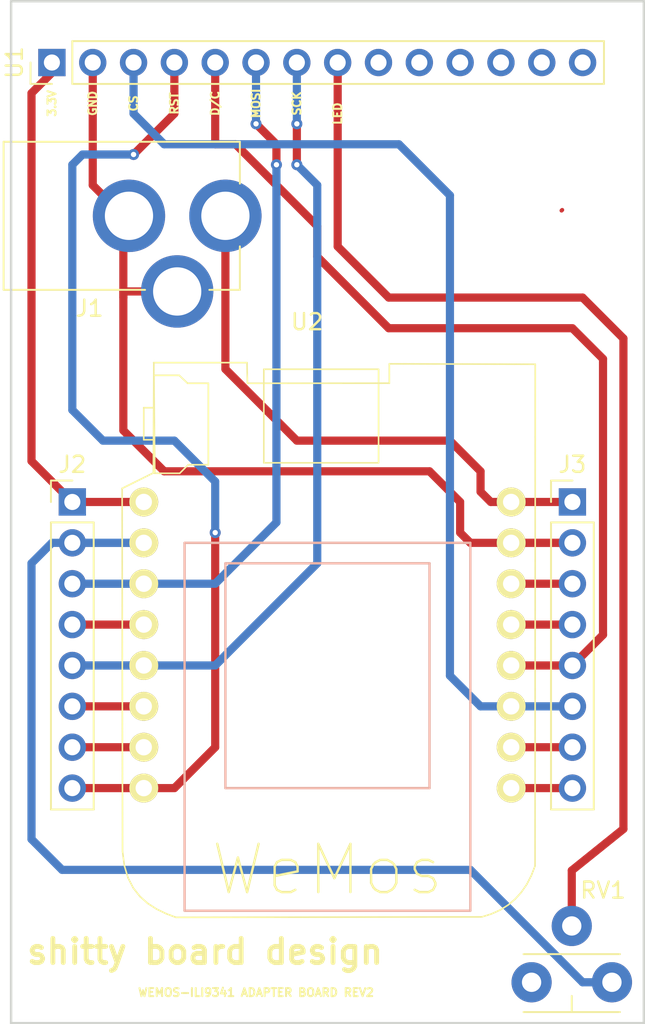
<source format=kicad_pcb>
(kicad_pcb (version 4) (host pcbnew 4.0.6)

  (general
    (links 28)
    (no_connects 0)
    (area 144.704999 72.314999 184.225001 135.965001)
    (thickness 1.6)
    (drawings 14)
    (tracks 102)
    (zones 0)
    (modules 6)
    (nets 24)
  )

  (page A4)
  (layers
    (0 F.Cu signal)
    (31 B.Cu signal)
    (32 B.Adhes user)
    (33 F.Adhes user)
    (34 B.Paste user)
    (35 F.Paste user)
    (36 B.SilkS user)
    (37 F.SilkS user)
    (38 B.Mask user)
    (39 F.Mask user)
    (40 Dwgs.User user)
    (41 Cmts.User user)
    (42 Eco1.User user)
    (43 Eco2.User user)
    (44 Edge.Cuts user)
    (45 Margin user)
    (46 B.CrtYd user)
    (47 F.CrtYd user)
    (48 B.Fab user)
    (49 F.Fab user)
  )

  (setup
    (last_trace_width 0.508)
    (user_trace_width 0.254)
    (user_trace_width 0.508)
    (user_trace_width 1.27)
    (user_trace_width 2.032)
    (user_trace_width 2.54)
    (user_trace_width 3.81)
    (user_trace_width 5.08)
    (trace_clearance 0.2)
    (zone_clearance 0.508)
    (zone_45_only no)
    (trace_min 0.1524)
    (segment_width 0.2)
    (edge_width 0.15)
    (via_size 0.6858)
    (via_drill 0.3302)
    (via_min_size 0.6858)
    (via_min_drill 0.3302)
    (uvia_size 0.3)
    (uvia_drill 0.1)
    (uvias_allowed no)
    (uvia_min_size 0)
    (uvia_min_drill 0)
    (pcb_text_width 0.3)
    (pcb_text_size 1.5 1.5)
    (mod_edge_width 0.15)
    (mod_text_size 1 1)
    (mod_text_width 0.15)
    (pad_size 1.524 1.524)
    (pad_drill 0.762)
    (pad_to_mask_clearance 0.2)
    (aux_axis_origin 0 0)
    (visible_elements 7FFFFFFF)
    (pcbplotparams
      (layerselection 0x00030_80000001)
      (usegerberextensions false)
      (excludeedgelayer true)
      (linewidth 0.100000)
      (plotframeref false)
      (viasonmask false)
      (mode 1)
      (useauxorigin false)
      (hpglpennumber 1)
      (hpglpenspeed 20)
      (hpglpendiameter 15)
      (hpglpenoverlay 2)
      (psnegative false)
      (psa4output false)
      (plotreference true)
      (plotvalue true)
      (plotinvisibletext false)
      (padsonsilk false)
      (subtractmaskfromsilk false)
      (outputformat 1)
      (mirror false)
      (drillshape 1)
      (scaleselection 1)
      (outputdirectory ""))
  )

  (net 0 "")
  (net 1 "Net-(J1-Pad1)")
  (net 2 GND)
  (net 3 "Net-(RV1-Pad2)")
  (net 4 "Net-(RV1-Pad1)")
  (net 5 "Net-(U1-Pad9)")
  (net 6 "Net-(U1-Pad10)")
  (net 7 "Net-(U1-Pad11)")
  (net 8 "Net-(U1-Pad12)")
  (net 9 "Net-(U1-Pad13)")
  (net 10 "Net-(J2-Pad2)")
  (net 11 "Net-(J2-Pad1)")
  (net 12 "Net-(J3-Pad6)")
  (net 13 "Net-(J2-Pad8)")
  (net 14 "Net-(J3-Pad5)")
  (net 15 "Net-(J2-Pad3)")
  (net 16 "Net-(J2-Pad5)")
  (net 17 "Net-(J3-Pad8)")
  (net 18 "Net-(J3-Pad7)")
  (net 19 "Net-(J3-Pad4)")
  (net 20 "Net-(J3-Pad3)")
  (net 21 "Net-(J2-Pad4)")
  (net 22 "Net-(J2-Pad6)")
  (net 23 "Net-(J2-Pad7)")

  (net_class Default "This is the default net class."
    (clearance 0.2)
    (trace_width 0.25)
    (via_dia 0.6858)
    (via_drill 0.3302)
    (uvia_dia 0.3)
    (uvia_drill 0.1)
    (add_net GND)
    (add_net "Net-(J1-Pad1)")
    (add_net "Net-(J2-Pad1)")
    (add_net "Net-(J2-Pad2)")
    (add_net "Net-(J2-Pad3)")
    (add_net "Net-(J2-Pad4)")
    (add_net "Net-(J2-Pad5)")
    (add_net "Net-(J2-Pad6)")
    (add_net "Net-(J2-Pad7)")
    (add_net "Net-(J2-Pad8)")
    (add_net "Net-(J3-Pad3)")
    (add_net "Net-(J3-Pad4)")
    (add_net "Net-(J3-Pad5)")
    (add_net "Net-(J3-Pad6)")
    (add_net "Net-(J3-Pad7)")
    (add_net "Net-(J3-Pad8)")
    (add_net "Net-(RV1-Pad1)")
    (add_net "Net-(RV1-Pad2)")
    (add_net "Net-(U1-Pad10)")
    (add_net "Net-(U1-Pad11)")
    (add_net "Net-(U1-Pad12)")
    (add_net "Net-(U1-Pad13)")
    (add_net "Net-(U1-Pad9)")
  )

  (net_class signal ""
    (clearance 0.2)
    (trace_width 0.5)
    (via_dia 0.6858)
    (via_drill 0.3302)
    (uvia_dia 0.3)
    (uvia_drill 0.1)
  )

  (module Connectors:BARREL_JACK (layer F.Cu) (tedit 5934AE29) (tstamp 5931AF5A)
    (at 158.115 85.725)
    (descr "DC Barrel Jack")
    (tags "Power Jack")
    (path /592F89EB)
    (fp_text reference J1 (at -8.45 5.75 180) (layer F.SilkS)
      (effects (font (size 1 1) (thickness 0.15)))
    )
    (fp_text value BARREL_JACK (at -6.2 -5.5) (layer F.Fab)
      (effects (font (size 1 1) (thickness 0.15)))
    )
    (fp_line (start 1 -4.5) (end 1 -4.75) (layer F.CrtYd) (width 0.05))
    (fp_line (start 1 -4.75) (end -14 -4.75) (layer F.CrtYd) (width 0.05))
    (fp_line (start 1 -4.5) (end 1 -2) (layer F.CrtYd) (width 0.05))
    (fp_line (start 1 -2) (end 2 -2) (layer F.CrtYd) (width 0.05))
    (fp_line (start 2 -2) (end 2 2) (layer F.CrtYd) (width 0.05))
    (fp_line (start 2 2) (end 1 2) (layer F.CrtYd) (width 0.05))
    (fp_line (start 1 2) (end 1 4.75) (layer F.CrtYd) (width 0.05))
    (fp_line (start 1 4.75) (end -1 4.75) (layer F.CrtYd) (width 0.05))
    (fp_line (start -1 4.75) (end -1 6.75) (layer F.CrtYd) (width 0.05))
    (fp_line (start -1 6.75) (end -5 6.75) (layer F.CrtYd) (width 0.05))
    (fp_line (start -5 6.75) (end -5 4.75) (layer F.CrtYd) (width 0.05))
    (fp_line (start -5 4.75) (end -14 4.75) (layer F.CrtYd) (width 0.05))
    (fp_line (start -14 4.75) (end -14 -4.75) (layer F.CrtYd) (width 0.05))
    (fp_line (start -5 4.6) (end -13.8 4.6) (layer F.SilkS) (width 0.12))
    (fp_line (start -13.8 4.6) (end -13.8 -4.6) (layer F.SilkS) (width 0.12))
    (fp_line (start 0.9 1.9) (end 0.9 4.6) (layer F.SilkS) (width 0.12))
    (fp_line (start 0.9 4.6) (end -1 4.6) (layer F.SilkS) (width 0.12))
    (fp_line (start -13.8 -4.6) (end 0.9 -4.6) (layer F.SilkS) (width 0.12))
    (fp_line (start 0.9 -4.6) (end 0.9 -2) (layer F.SilkS) (width 0.12))
    (fp_line (start -10.2 -4.5) (end -10.2 4.5) (layer F.Fab) (width 0.1))
    (fp_line (start -13.7 -4.5) (end -13.7 4.5) (layer F.Fab) (width 0.1))
    (fp_line (start -13.7 4.5) (end 0.8 4.5) (layer F.Fab) (width 0.1))
    (fp_line (start 0.8 4.5) (end 0.8 -4.5) (layer F.Fab) (width 0.1))
    (fp_line (start 0.8 -4.5) (end -13.7 -4.5) (layer F.Fab) (width 0.1))
    (pad 1 thru_hole circle (at 0 0) (size 4.5 4.5) (drill 3) (layers *.Cu *.Mask)
      (net 1 "Net-(J1-Pad1)"))
    (pad 2 thru_hole circle (at -6 0) (size 4.5 4.5) (drill oval 3) (layers *.Cu *.Mask)
      (net 2 GND))
    (pad 3 thru_hole circle (at -3 4.7) (size 4.5 4.5) (drill 3) (layers *.Cu *.Mask)
      (net 2 GND))
  )

  (module Potentiometers:Potentiometer_Trimmer_VishaySpectrol_Econtrim-Type36X (layer F.Cu) (tedit 594A9ADC) (tstamp 5931AF61)
    (at 177.165 133.35)
    (descr "Potentiometer, Trimmer, Spectrol Type 36X, Econtrim, Rev A, 02 Aug 2010,")
    (tags "Potentiometer Trimmer Spectrol Type 36X Econtrim Rev A 02 Aug 2010 ")
    (path /593145F6)
    (fp_text reference RV1 (at 4.445 -5.715) (layer F.SilkS)
      (effects (font (size 1 1) (thickness 0.15)))
    )
    (fp_text value POT (at 0 -4.445) (layer F.Fab)
      (effects (font (size 1 1) (thickness 0.15)))
    )
    (fp_line (start 2.5 1.8) (end 2.5 0.8) (layer F.Fab) (width 0.1))
    (fp_line (start -0.6 -1.7) (end 5.6 -1.7) (layer F.Fab) (width 0.1))
    (fp_line (start 5.6 -1.7) (end 5.6 1.8) (layer F.Fab) (width 0.1))
    (fp_line (start 5.6 1.8) (end -0.6 1.8) (layer F.Fab) (width 0.1))
    (fp_line (start -0.6 1.8) (end -0.6 -1.7) (layer F.Fab) (width 0.1))
    (fp_line (start 2.5 0.85) (end 2.5 1.85) (layer F.SilkS) (width 0.12))
    (fp_line (start -0.5 -1.75) (end 5.5 -1.75) (layer F.SilkS) (width 0.12))
    (fp_line (start 5.5 1.85) (end -0.5 1.85) (layer F.SilkS) (width 0.12))
    (fp_line (start -1.5 -5) (end 6.5 -5) (layer F.CrtYd) (width 0.05))
    (fp_line (start -1.5 -5) (end -1.5 2.05) (layer F.CrtYd) (width 0.05))
    (fp_line (start 6.5 2.05) (end 6.5 -5) (layer F.CrtYd) (width 0.05))
    (fp_line (start 6.5 2.05) (end -1.5 2.05) (layer F.CrtYd) (width 0.05))
    (pad 2 thru_hole circle (at 2.5 -3.5) (size 2.5 2.5) (drill 1.2) (layers *.Cu *.Mask)
      (net 3 "Net-(RV1-Pad2)"))
    (pad 3 thru_hole circle (at 5 0) (size 2.5 2.5) (drill 1.2) (layers *.Cu *.Mask)
      (net 10 "Net-(J2-Pad2)"))
    (pad 1 thru_hole circle (at 0 0) (size 2.5 2.5) (drill 1.2) (layers *.Cu *.Mask)
      (net 4 "Net-(RV1-Pad1)"))
  )

  (module Pin_Headers:Pin_Header_Straight_1x14_Pitch2.54mm (layer F.Cu) (tedit 5931C4C5) (tstamp 5931AF73)
    (at 147.32 76.2 90)
    (descr "Through hole straight pin header, 1x14, 2.54mm pitch, single row")
    (tags "Through hole pin header THT 1x14 2.54mm single row")
    (path /592F8B13)
    (fp_text reference U1 (at 0 -2.33 90) (layer F.SilkS)
      (effects (font (size 1 1) (thickness 0.15)))
    )
    (fp_text value ILI9341_LCD_Breakout (at 2.54 16.51 180) (layer F.Fab)
      (effects (font (size 1 1) (thickness 0.15)))
    )
    (fp_line (start -1.27 -1.27) (end -1.27 34.29) (layer F.Fab) (width 0.1))
    (fp_line (start -1.27 34.29) (end 1.27 34.29) (layer F.Fab) (width 0.1))
    (fp_line (start 1.27 34.29) (end 1.27 -1.27) (layer F.Fab) (width 0.1))
    (fp_line (start 1.27 -1.27) (end -1.27 -1.27) (layer F.Fab) (width 0.1))
    (fp_line (start -1.33 1.27) (end -1.33 34.35) (layer F.SilkS) (width 0.12))
    (fp_line (start -1.33 34.35) (end 1.33 34.35) (layer F.SilkS) (width 0.12))
    (fp_line (start 1.33 34.35) (end 1.33 1.27) (layer F.SilkS) (width 0.12))
    (fp_line (start 1.33 1.27) (end -1.33 1.27) (layer F.SilkS) (width 0.12))
    (fp_line (start -1.33 0) (end -1.33 -1.33) (layer F.SilkS) (width 0.12))
    (fp_line (start -1.33 -1.33) (end 0 -1.33) (layer F.SilkS) (width 0.12))
    (fp_line (start -1.8 -1.8) (end -1.8 34.8) (layer F.CrtYd) (width 0.05))
    (fp_line (start -1.8 34.8) (end 1.8 34.8) (layer F.CrtYd) (width 0.05))
    (fp_line (start 1.8 34.8) (end 1.8 -1.8) (layer F.CrtYd) (width 0.05))
    (fp_line (start 1.8 -1.8) (end -1.8 -1.8) (layer F.CrtYd) (width 0.05))
    (fp_text user %R (at 0 -2.33 90) (layer F.Fab)
      (effects (font (size 1 1) (thickness 0.15)))
    )
    (pad 1 thru_hole rect (at 0 0 90) (size 1.7 1.7) (drill 1) (layers *.Cu *.Mask)
      (net 11 "Net-(J2-Pad1)"))
    (pad 2 thru_hole oval (at 0 2.54 90) (size 1.7 1.7) (drill 1) (layers *.Cu *.Mask)
      (net 2 GND))
    (pad 3 thru_hole oval (at 0 5.08 90) (size 1.7 1.7) (drill 1) (layers *.Cu *.Mask)
      (net 12 "Net-(J3-Pad6)"))
    (pad 4 thru_hole oval (at 0 7.62 90) (size 1.7 1.7) (drill 1) (layers *.Cu *.Mask)
      (net 13 "Net-(J2-Pad8)"))
    (pad 5 thru_hole oval (at 0 10.16 90) (size 1.7 1.7) (drill 1) (layers *.Cu *.Mask)
      (net 14 "Net-(J3-Pad5)"))
    (pad 6 thru_hole oval (at 0 12.7 90) (size 1.7 1.7) (drill 1) (layers *.Cu *.Mask)
      (net 15 "Net-(J2-Pad3)"))
    (pad 7 thru_hole oval (at 0 15.24 90) (size 1.7 1.7) (drill 1) (layers *.Cu *.Mask)
      (net 16 "Net-(J2-Pad5)"))
    (pad 8 thru_hole oval (at 0 17.78 90) (size 1.7 1.7) (drill 1) (layers *.Cu *.Mask)
      (net 3 "Net-(RV1-Pad2)"))
    (pad 9 thru_hole oval (at 0 20.32 90) (size 1.7 1.7) (drill 1) (layers *.Cu *.Mask)
      (net 5 "Net-(U1-Pad9)"))
    (pad 10 thru_hole oval (at 0 22.86 90) (size 1.7 1.7) (drill 1) (layers *.Cu *.Mask)
      (net 6 "Net-(U1-Pad10)"))
    (pad 11 thru_hole oval (at 0 25.4 90) (size 1.7 1.7) (drill 1) (layers *.Cu *.Mask)
      (net 7 "Net-(U1-Pad11)"))
    (pad 12 thru_hole oval (at 0 27.94 90) (size 1.7 1.7) (drill 1) (layers *.Cu *.Mask)
      (net 8 "Net-(U1-Pad12)"))
    (pad 13 thru_hole oval (at 0 30.48 90) (size 1.7 1.7) (drill 1) (layers *.Cu *.Mask)
      (net 9 "Net-(U1-Pad13)"))
    (pad 14 thru_hole oval (at 0 33.02 90) (size 1.7 1.7) (drill 1) (layers *.Cu *.Mask))
    (model ${KISYS3DMOD}/Pin_Headers.3dshapes/Pin_Header_Straight_1x14_Pitch2.54mm.wrl
      (at (xyz 0 -0.65 0))
      (scale (xyz 1 1 1))
      (rotate (xyz 0 0 90))
    )
  )

  (module wemos_d1_mini:D1_mini_board (layer F.Cu) (tedit 5931C4D1) (tstamp 5931AF87)
    (at 164.465 111.125 180)
    (path /5931406A)
    (fp_text reference U2 (at 1.27 18.81 180) (layer F.SilkS)
      (effects (font (size 1 1) (thickness 0.15)))
    )
    (fp_text value WeMos_mini (at 0 1.27 180) (layer F.Fab)
      (effects (font (size 1 1) (thickness 0.15)))
    )
    (fp_text user WeMos (at 0 -15.24 180) (layer F.SilkS)
      (effects (font (size 3 3) (thickness 0.15)))
    )
    (fp_line (start -6.35 3.81) (end -6.35 -10.16) (layer B.SilkS) (width 0.15))
    (fp_line (start -6.35 -10.16) (end 6.35 -10.16) (layer B.SilkS) (width 0.15))
    (fp_line (start 6.35 -10.16) (end 6.35 3.81) (layer B.SilkS) (width 0.15))
    (fp_line (start 6.35 3.81) (end -6.35 3.81) (layer B.SilkS) (width 0.15))
    (fp_line (start -8.89 5.08) (end 8.89 5.08) (layer B.SilkS) (width 0.15))
    (fp_line (start 8.89 5.08) (end 8.89 -17.78) (layer B.SilkS) (width 0.15))
    (fp_line (start 8.89 -17.78) (end -8.89 -17.78) (layer B.SilkS) (width 0.15))
    (fp_line (start -8.89 -17.78) (end -8.89 5.08) (layer B.SilkS) (width 0.15))
    (fp_line (start 10.817472 16.277228) (end 5.00618 16.277228) (layer F.SilkS) (width 0.1))
    (fp_line (start 5.00618 16.277228) (end 4.979849 14.993795) (layer F.SilkS) (width 0.1))
    (fp_line (start 4.979849 14.993795) (end -3.851373 15.000483) (layer F.SilkS) (width 0.1))
    (fp_line (start -3.851373 15.000483) (end -3.849397 16.202736) (layer F.SilkS) (width 0.1))
    (fp_line (start -3.849397 16.202736) (end -12.930193 16.176658) (layer F.SilkS) (width 0.1))
    (fp_line (start -12.930193 16.176658) (end -12.916195 -14.993493) (layer F.SilkS) (width 0.1))
    (fp_line (start -12.916195 -14.993493) (end -12.683384 -15.596286) (layer F.SilkS) (width 0.1))
    (fp_line (start -12.683384 -15.596286) (end -12.399901 -16.141167) (layer F.SilkS) (width 0.1))
    (fp_line (start -12.399901 -16.141167) (end -12.065253 -16.627577) (layer F.SilkS) (width 0.1))
    (fp_line (start -12.065253 -16.627577) (end -11.678953 -17.054952) (layer F.SilkS) (width 0.1))
    (fp_line (start -11.678953 -17.054952) (end -11.240512 -17.422741) (layer F.SilkS) (width 0.1))
    (fp_line (start -11.240512 -17.422741) (end -10.74944 -17.730377) (layer F.SilkS) (width 0.1))
    (fp_line (start -10.74944 -17.730377) (end -10.20525 -17.97731) (layer F.SilkS) (width 0.1))
    (fp_line (start -10.20525 -17.97731) (end -9.607453 -18.162976) (layer F.SilkS) (width 0.1))
    (fp_line (start -9.607453 -18.162976) (end 9.43046 -18.191734) (layer F.SilkS) (width 0.1))
    (fp_line (start 9.43046 -18.191734) (end 10.049824 -17.957741) (layer F.SilkS) (width 0.1))
    (fp_line (start 10.049824 -17.957741) (end 10.638018 -17.673258) (layer F.SilkS) (width 0.1))
    (fp_line (start 10.638018 -17.673258) (end 11.181445 -17.323743) (layer F.SilkS) (width 0.1))
    (fp_line (start 11.181445 -17.323743) (end 11.666503 -16.894658) (layer F.SilkS) (width 0.1))
    (fp_line (start 11.666503 -16.894658) (end 12.079595 -16.37146) (layer F.SilkS) (width 0.1))
    (fp_line (start 12.079595 -16.37146) (end 12.407122 -15.739613) (layer F.SilkS) (width 0.1))
    (fp_line (start 12.407122 -15.739613) (end 12.635482 -14.984575) (layer F.SilkS) (width 0.1))
    (fp_line (start 12.635482 -14.984575) (end 12.751078 -14.091807) (layer F.SilkS) (width 0.1))
    (fp_line (start 12.751078 -14.091807) (end 12.776026 8.463285) (layer F.SilkS) (width 0.1))
    (fp_line (start 12.776026 8.463285) (end 10.83248 9.424181) (layer F.SilkS) (width 0.1))
    (fp_line (start 10.83248 9.424181) (end 10.802686 16.232524) (layer F.SilkS) (width 0.1))
    (fp_line (start -3.17965 10.051451) (end 3.959931 10.051451) (layer F.SilkS) (width 0.1))
    (fp_line (start 3.959931 10.051451) (end 3.959931 15.865188) (layer F.SilkS) (width 0.1))
    (fp_line (start 3.959931 15.865188) (end -3.17965 15.865188) (layer F.SilkS) (width 0.1))
    (fp_line (start -3.17965 15.865188) (end -3.17965 10.051451) (layer F.SilkS) (width 0.1))
    (fp_line (start 10.7436 9.402349) (end 9.191378 9.402349) (layer F.SilkS) (width 0.1))
    (fp_line (start 9.191378 9.402349) (end 8.662211 9.931515) (layer F.SilkS) (width 0.1))
    (fp_line (start 8.662211 9.931515) (end 7.40985 9.931515) (layer F.SilkS) (width 0.1))
    (fp_line (start 7.40985 9.931515) (end 7.40985 14.993876) (layer F.SilkS) (width 0.1))
    (fp_line (start 7.40985 14.993876) (end 8.697489 14.993876) (layer F.SilkS) (width 0.1))
    (fp_line (start 8.697489 14.993876) (end 9.226656 15.487765) (layer F.SilkS) (width 0.1))
    (fp_line (start 9.226656 15.487765) (end 10.796517 15.487765) (layer F.SilkS) (width 0.1))
    (fp_line (start 10.796517 15.487765) (end 10.7436 9.402349) (layer F.SilkS) (width 0.1))
    (fp_line (start 10.778878 11.483738) (end 11.431517 11.483738) (layer F.SilkS) (width 0.1))
    (fp_line (start 11.431517 11.483738) (end 11.431517 13.476932) (layer F.SilkS) (width 0.1))
    (fp_line (start 11.431517 13.476932) (end 10.814156 13.476932) (layer F.SilkS) (width 0.1))
    (pad 8 thru_hole circle (at -11.43 -10.16 180) (size 1.8 1.8) (drill 1.016) (layers *.Cu *.Mask F.SilkS)
      (net 17 "Net-(J3-Pad8)"))
    (pad 7 thru_hole circle (at -11.43 -7.62 180) (size 1.8 1.8) (drill 1.016) (layers *.Cu *.Mask F.SilkS)
      (net 18 "Net-(J3-Pad7)"))
    (pad 6 thru_hole circle (at -11.43 -5.08 180) (size 1.8 1.8) (drill 1.016) (layers *.Cu *.Mask F.SilkS)
      (net 12 "Net-(J3-Pad6)"))
    (pad 5 thru_hole circle (at -11.43 -2.54 180) (size 1.8 1.8) (drill 1.016) (layers *.Cu *.Mask F.SilkS)
      (net 14 "Net-(J3-Pad5)"))
    (pad 4 thru_hole circle (at -11.43 0 180) (size 1.8 1.8) (drill 1.016) (layers *.Cu *.Mask F.SilkS)
      (net 19 "Net-(J3-Pad4)"))
    (pad 3 thru_hole circle (at -11.43 2.54 180) (size 1.8 1.8) (drill 1.016) (layers *.Cu *.Mask F.SilkS)
      (net 20 "Net-(J3-Pad3)"))
    (pad 2 thru_hole circle (at -11.43 5.08 180) (size 1.8 1.8) (drill 1.016) (layers *.Cu *.Mask F.SilkS)
      (net 2 GND))
    (pad 1 thru_hole circle (at -11.43 7.62 180) (size 1.8 1.8) (drill 1.016) (layers *.Cu *.Mask F.SilkS)
      (net 1 "Net-(J1-Pad1)"))
    (pad 16 thru_hole circle (at 11.43 7.62 180) (size 1.8 1.8) (drill 1.016) (layers *.Cu *.Mask F.SilkS)
      (net 11 "Net-(J2-Pad1)"))
    (pad 15 thru_hole circle (at 11.43 5.08 180) (size 1.8 1.8) (drill 1.016) (layers *.Cu *.Mask F.SilkS)
      (net 10 "Net-(J2-Pad2)"))
    (pad 14 thru_hole circle (at 11.43 2.54 180) (size 1.8 1.8) (drill 1.016) (layers *.Cu *.Mask F.SilkS)
      (net 15 "Net-(J2-Pad3)"))
    (pad 13 thru_hole circle (at 11.43 0 180) (size 1.8 1.8) (drill 1.016) (layers *.Cu *.Mask F.SilkS)
      (net 21 "Net-(J2-Pad4)"))
    (pad 12 thru_hole circle (at 11.43 -2.54 180) (size 1.8 1.8) (drill 1.016) (layers *.Cu *.Mask F.SilkS)
      (net 16 "Net-(J2-Pad5)"))
    (pad 11 thru_hole circle (at 11.43 -5.08 180) (size 1.8 1.8) (drill 1.016) (layers *.Cu *.Mask F.SilkS)
      (net 22 "Net-(J2-Pad6)"))
    (pad 10 thru_hole circle (at 11.43 -7.62 180) (size 1.8 1.8) (drill 1.016) (layers *.Cu *.Mask F.SilkS)
      (net 23 "Net-(J2-Pad7)"))
    (pad 9 thru_hole circle (at 11.43 -10.16 180) (size 1.8 1.8) (drill 1.016) (layers *.Cu *.Mask F.SilkS)
      (net 13 "Net-(J2-Pad8)"))
  )

  (module Pin_Headers:Pin_Header_Straight_1x08_Pitch2.54mm (layer F.Cu) (tedit 594A9C65) (tstamp 594ABC36)
    (at 148.59 103.505)
    (descr "Through hole straight pin header, 1x08, 2.54mm pitch, single row")
    (tags "Through hole pin header THT 1x08 2.54mm single row")
    (path /594A8665)
    (fp_text reference J2 (at 0 -2.33) (layer F.SilkS)
      (effects (font (size 1 1) (thickness 0.15)))
    )
    (fp_text value CONN_01X08 (at 1.905 20.955) (layer F.Fab)
      (effects (font (size 1 1) (thickness 0.15)))
    )
    (fp_line (start -1.27 -1.27) (end -1.27 19.05) (layer F.Fab) (width 0.1))
    (fp_line (start -1.27 19.05) (end 1.27 19.05) (layer F.Fab) (width 0.1))
    (fp_line (start 1.27 19.05) (end 1.27 -1.27) (layer F.Fab) (width 0.1))
    (fp_line (start 1.27 -1.27) (end -1.27 -1.27) (layer F.Fab) (width 0.1))
    (fp_line (start -1.33 1.27) (end -1.33 19.11) (layer F.SilkS) (width 0.12))
    (fp_line (start -1.33 19.11) (end 1.33 19.11) (layer F.SilkS) (width 0.12))
    (fp_line (start 1.33 19.11) (end 1.33 1.27) (layer F.SilkS) (width 0.12))
    (fp_line (start 1.33 1.27) (end -1.33 1.27) (layer F.SilkS) (width 0.12))
    (fp_line (start -1.33 0) (end -1.33 -1.33) (layer F.SilkS) (width 0.12))
    (fp_line (start -1.33 -1.33) (end 0 -1.33) (layer F.SilkS) (width 0.12))
    (fp_line (start -1.8 -1.8) (end -1.8 19.55) (layer F.CrtYd) (width 0.05))
    (fp_line (start -1.8 19.55) (end 1.8 19.55) (layer F.CrtYd) (width 0.05))
    (fp_line (start 1.8 19.55) (end 1.8 -1.8) (layer F.CrtYd) (width 0.05))
    (fp_line (start 1.8 -1.8) (end -1.8 -1.8) (layer F.CrtYd) (width 0.05))
    (fp_text user %R (at 0 -2.33) (layer F.Fab)
      (effects (font (size 1 1) (thickness 0.15)))
    )
    (pad 1 thru_hole rect (at 0 0) (size 1.7 1.7) (drill 1) (layers *.Cu *.Mask)
      (net 11 "Net-(J2-Pad1)"))
    (pad 2 thru_hole oval (at 0 2.54) (size 1.7 1.7) (drill 1) (layers *.Cu *.Mask)
      (net 10 "Net-(J2-Pad2)"))
    (pad 3 thru_hole oval (at 0 5.08) (size 1.7 1.7) (drill 1) (layers *.Cu *.Mask)
      (net 15 "Net-(J2-Pad3)"))
    (pad 4 thru_hole oval (at 0 7.62) (size 1.7 1.7) (drill 1) (layers *.Cu *.Mask)
      (net 21 "Net-(J2-Pad4)"))
    (pad 5 thru_hole oval (at 0 10.16) (size 1.7 1.7) (drill 1) (layers *.Cu *.Mask)
      (net 16 "Net-(J2-Pad5)"))
    (pad 6 thru_hole oval (at 0 12.7) (size 1.7 1.7) (drill 1) (layers *.Cu *.Mask)
      (net 22 "Net-(J2-Pad6)"))
    (pad 7 thru_hole oval (at 0 15.24) (size 1.7 1.7) (drill 1) (layers *.Cu *.Mask)
      (net 23 "Net-(J2-Pad7)"))
    (pad 8 thru_hole oval (at 0 17.78) (size 1.7 1.7) (drill 1) (layers *.Cu *.Mask)
      (net 13 "Net-(J2-Pad8)"))
    (model ${KISYS3DMOD}/Pin_Headers.3dshapes/Pin_Header_Straight_1x08_Pitch2.54mm.wrl
      (at (xyz 0 -0.35 0))
      (scale (xyz 1 1 1))
      (rotate (xyz 0 0 90))
    )
  )

  (module Pin_Headers:Pin_Header_Straight_1x08_Pitch2.54mm (layer F.Cu) (tedit 594A9C71) (tstamp 594ABC51)
    (at 179.705 103.505)
    (descr "Through hole straight pin header, 1x08, 2.54mm pitch, single row")
    (tags "Through hole pin header THT 1x08 2.54mm single row")
    (path /594A8829)
    (fp_text reference J3 (at 0 -2.33) (layer F.SilkS)
      (effects (font (size 1 1) (thickness 0.15)))
    )
    (fp_text value CONN_01X08 (at -1.27 20.955) (layer F.Fab)
      (effects (font (size 1 1) (thickness 0.15)))
    )
    (fp_line (start -1.27 -1.27) (end -1.27 19.05) (layer F.Fab) (width 0.1))
    (fp_line (start -1.27 19.05) (end 1.27 19.05) (layer F.Fab) (width 0.1))
    (fp_line (start 1.27 19.05) (end 1.27 -1.27) (layer F.Fab) (width 0.1))
    (fp_line (start 1.27 -1.27) (end -1.27 -1.27) (layer F.Fab) (width 0.1))
    (fp_line (start -1.33 1.27) (end -1.33 19.11) (layer F.SilkS) (width 0.12))
    (fp_line (start -1.33 19.11) (end 1.33 19.11) (layer F.SilkS) (width 0.12))
    (fp_line (start 1.33 19.11) (end 1.33 1.27) (layer F.SilkS) (width 0.12))
    (fp_line (start 1.33 1.27) (end -1.33 1.27) (layer F.SilkS) (width 0.12))
    (fp_line (start -1.33 0) (end -1.33 -1.33) (layer F.SilkS) (width 0.12))
    (fp_line (start -1.33 -1.33) (end 0 -1.33) (layer F.SilkS) (width 0.12))
    (fp_line (start -1.8 -1.8) (end -1.8 19.55) (layer F.CrtYd) (width 0.05))
    (fp_line (start -1.8 19.55) (end 1.8 19.55) (layer F.CrtYd) (width 0.05))
    (fp_line (start 1.8 19.55) (end 1.8 -1.8) (layer F.CrtYd) (width 0.05))
    (fp_line (start 1.8 -1.8) (end -1.8 -1.8) (layer F.CrtYd) (width 0.05))
    (fp_text user %R (at 0 -2.33) (layer F.Fab)
      (effects (font (size 1 1) (thickness 0.15)))
    )
    (pad 1 thru_hole rect (at 0 0) (size 1.7 1.7) (drill 1) (layers *.Cu *.Mask)
      (net 1 "Net-(J1-Pad1)"))
    (pad 2 thru_hole oval (at 0 2.54) (size 1.7 1.7) (drill 1) (layers *.Cu *.Mask)
      (net 2 GND))
    (pad 3 thru_hole oval (at 0 5.08) (size 1.7 1.7) (drill 1) (layers *.Cu *.Mask)
      (net 20 "Net-(J3-Pad3)"))
    (pad 4 thru_hole oval (at 0 7.62) (size 1.7 1.7) (drill 1) (layers *.Cu *.Mask)
      (net 19 "Net-(J3-Pad4)"))
    (pad 5 thru_hole oval (at 0 10.16) (size 1.7 1.7) (drill 1) (layers *.Cu *.Mask)
      (net 14 "Net-(J3-Pad5)"))
    (pad 6 thru_hole oval (at 0 12.7) (size 1.7 1.7) (drill 1) (layers *.Cu *.Mask)
      (net 12 "Net-(J3-Pad6)"))
    (pad 7 thru_hole oval (at 0 15.24) (size 1.7 1.7) (drill 1) (layers *.Cu *.Mask)
      (net 18 "Net-(J3-Pad7)"))
    (pad 8 thru_hole oval (at 0 17.78) (size 1.7 1.7) (drill 1) (layers *.Cu *.Mask)
      (net 17 "Net-(J3-Pad8)"))
    (model ${KISYS3DMOD}/Pin_Headers.3dshapes/Pin_Header_Straight_1x08_Pitch2.54mm.wrl
      (at (xyz 0 -0.35 0))
      (scale (xyz 1 1 1))
      (rotate (xyz 0 0 90))
    )
  )

  (gr_text LED (at 165.1 79.375 90) (layer F.SilkS)
    (effects (font (size 0.5 0.5) (thickness 0.125)))
  )
  (gr_text SCK (at 162.56 78.74 90) (layer F.SilkS)
    (effects (font (size 0.5 0.5) (thickness 0.125)))
  )
  (gr_text MOSI (at 160.02 78.74 90) (layer F.SilkS)
    (effects (font (size 0.5 0.5) (thickness 0.125)))
  )
  (gr_text D/C (at 157.48 78.74 90) (layer F.SilkS)
    (effects (font (size 0.5 0.5) (thickness 0.125)))
  )
  (gr_text RST (at 154.94 78.74 90) (layer F.SilkS)
    (effects (font (size 0.5 0.5) (thickness 0.125)))
  )
  (gr_text CS (at 152.4 78.74 90) (layer F.SilkS)
    (effects (font (size 0.5 0.5) (thickness 0.125)))
  )
  (gr_text "GND\n" (at 149.86 78.74 90) (layer F.SilkS)
    (effects (font (size 0.5 0.5) (thickness 0.125)))
  )
  (gr_text "3.3V\n" (at 147.32 78.74 90) (layer F.SilkS)
    (effects (font (size 0.5 0.5) (thickness 0.125)))
  )
  (gr_text "WEMOS-ILI9341 ADAPTER BOARD REV2" (at 160.02 133.985) (layer F.SilkS)
    (effects (font (size 0.5 0.5) (thickness 0.125)))
  )
  (gr_text "shitty board design" (at 156.845 131.445) (layer F.SilkS)
    (effects (font (size 1.5 1.5) (thickness 0.3)))
  )
  (gr_line (start 144.78 135.89) (end 184.15 135.89) (angle 90) (layer Edge.Cuts) (width 0.15))
  (gr_line (start 184.15 72.39) (end 144.78 72.39) (angle 90) (layer Edge.Cuts) (width 0.15))
  (gr_line (start 184.15 135.89) (end 184.15 72.39) (angle 90) (layer Edge.Cuts) (width 0.15))
  (gr_line (start 144.78 72.39) (end 144.78 135.89) (angle 90) (layer Edge.Cuts) (width 0.15))

  (segment (start 179.07 85.36) (end 179.03 85.4) (width 0.25) (layer F.Cu) (net 0) (tstamp 5931BD0C))
  (segment (start 179.705 103.505) (end 175.895 103.505) (width 0.508) (layer F.Cu) (net 1))
  (segment (start 175.895 103.505) (end 174.625 103.505) (width 0.508) (layer F.Cu) (net 1) (tstamp 594ABFD0))
  (segment (start 174.625 103.505) (end 173.99 102.87) (width 0.508) (layer F.Cu) (net 1) (tstamp 594ABFD1))
  (segment (start 173.99 102.87) (end 173.99 101.6) (width 0.508) (layer F.Cu) (net 1) (tstamp 594ABFD2))
  (segment (start 173.99 101.6) (end 172.085 99.695) (width 0.508) (layer F.Cu) (net 1) (tstamp 594ABFD3))
  (segment (start 172.085 99.695) (end 162.56 99.695) (width 0.508) (layer F.Cu) (net 1) (tstamp 594ABFD4))
  (segment (start 162.56 99.695) (end 158.115 95.25) (width 0.508) (layer F.Cu) (net 1) (tstamp 594ABFD5))
  (segment (start 158.115 95.25) (end 158.115 85.725) (width 0.508) (layer F.Cu) (net 1) (tstamp 594ABFD6))
  (segment (start 179.705 106.045) (end 175.895 106.045) (width 0.508) (layer F.Cu) (net 2))
  (segment (start 155.115 90.425) (end 151.765 90.425) (width 0.508) (layer F.Cu) (net 2))
  (segment (start 151.765 90.425) (end 151.765 90.805) (width 0.508) (layer F.Cu) (net 2) (tstamp 594ABFCB))
  (segment (start 149.86 76.2) (end 149.86 83.82) (width 0.508) (layer F.Cu) (net 2))
  (segment (start 149.86 83.82) (end 151.765 85.725) (width 0.508) (layer F.Cu) (net 2) (tstamp 594ABFC0))
  (segment (start 151.765 85.725) (end 151.765 90.805) (width 0.508) (layer F.Cu) (net 2) (tstamp 594ABFC1))
  (segment (start 151.765 90.805) (end 151.765 99.06) (width 0.508) (layer F.Cu) (net 2) (tstamp 594ABFCE))
  (segment (start 151.765 99.06) (end 154.305 101.6) (width 0.508) (layer F.Cu) (net 2) (tstamp 594ABFC2))
  (segment (start 154.305 101.6) (end 170.815 101.6) (width 0.508) (layer F.Cu) (net 2) (tstamp 594ABFC3))
  (segment (start 170.815 101.6) (end 172.72 103.505) (width 0.508) (layer F.Cu) (net 2) (tstamp 594ABFC5))
  (segment (start 172.72 103.505) (end 172.72 105.41) (width 0.508) (layer F.Cu) (net 2) (tstamp 594ABFC6))
  (segment (start 172.72 105.41) (end 173.355 106.045) (width 0.508) (layer F.Cu) (net 2) (tstamp 594ABFC7))
  (segment (start 173.355 106.045) (end 179.705 106.045) (width 0.508) (layer F.Cu) (net 2) (tstamp 594ABFC8))
  (segment (start 179.665 129.85) (end 179.665 126.405) (width 0.508) (layer F.Cu) (net 3))
  (segment (start 165.1 87.63) (end 165.1 76.2) (width 0.508) (layer F.Cu) (net 3) (tstamp 594ABFEF))
  (segment (start 168.275 90.805) (end 165.1 87.63) (width 0.508) (layer F.Cu) (net 3) (tstamp 594ABFED))
  (segment (start 180.34 90.805) (end 168.275 90.805) (width 0.508) (layer F.Cu) (net 3) (tstamp 594ABFEB))
  (segment (start 182.88 93.345) (end 180.34 90.805) (width 0.508) (layer F.Cu) (net 3) (tstamp 594ABFEA))
  (segment (start 182.88 123.825) (end 182.88 93.345) (width 0.508) (layer F.Cu) (net 3) (tstamp 594ABFE8))
  (segment (start 179.665 126.405) (end 182.88 123.825) (width 0.508) (layer F.Cu) (net 3) (tstamp 594ABFE6))
  (segment (start 153.035 106.045) (end 148.59 106.045) (width 0.508) (layer B.Cu) (net 10))
  (segment (start 182.8 133.35) (end 180.34 133.35) (width 0.508) (layer B.Cu) (net 10))
  (segment (start 147.32 106.045) (end 153.035 106.045) (width 0.508) (layer B.Cu) (net 10) (tstamp 594ABFFE))
  (segment (start 146.05 107.315) (end 147.32 106.045) (width 0.508) (layer B.Cu) (net 10) (tstamp 594ABFFD))
  (segment (start 146.05 124.46) (end 146.05 107.315) (width 0.508) (layer B.Cu) (net 10) (tstamp 594ABFFC))
  (segment (start 147.955 126.365) (end 146.05 124.46) (width 0.508) (layer B.Cu) (net 10) (tstamp 594ABFFB))
  (segment (start 173.355 126.365) (end 147.955 126.365) (width 0.508) (layer B.Cu) (net 10) (tstamp 594ABFF9))
  (segment (start 180.34 133.35) (end 173.355 126.365) (width 0.508) (layer B.Cu) (net 10) (tstamp 594ABFF8))
  (segment (start 147.32 76.2) (end 147.32 76.835) (width 0.508) (layer F.Cu) (net 11))
  (segment (start 147.32 76.835) (end 146.05 78.105) (width 0.508) (layer F.Cu) (net 11) (tstamp 594ABFAD))
  (segment (start 146.05 78.105) (end 146.05 100.965) (width 0.508) (layer F.Cu) (net 11) (tstamp 594ABFAE))
  (segment (start 146.05 100.965) (end 148.59 103.505) (width 0.508) (layer F.Cu) (net 11) (tstamp 594ABFAF))
  (segment (start 148.59 103.505) (end 153.035 103.505) (width 0.508) (layer F.Cu) (net 11) (tstamp 594ABFB1))
  (segment (start 179.705 116.205) (end 175.895 116.205) (width 0.508) (layer B.Cu) (net 12))
  (segment (start 175.895 116.205) (end 173.99 116.205) (width 0.508) (layer B.Cu) (net 12) (tstamp 594AC035))
  (segment (start 173.99 116.205) (end 172.085 114.3) (width 0.508) (layer B.Cu) (net 12) (tstamp 594AC036))
  (segment (start 172.085 114.3) (end 172.085 84.455) (width 0.508) (layer B.Cu) (net 12) (tstamp 594AC037))
  (segment (start 172.085 84.455) (end 168.91 81.28) (width 0.508) (layer B.Cu) (net 12) (tstamp 594AC038))
  (segment (start 168.91 81.28) (end 154.305 81.28) (width 0.508) (layer B.Cu) (net 12) (tstamp 594AC039))
  (segment (start 154.305 81.28) (end 152.4 79.375) (width 0.508) (layer B.Cu) (net 12) (tstamp 594AC03B))
  (segment (start 152.4 79.375) (end 152.4 76.2) (width 0.508) (layer B.Cu) (net 12) (tstamp 594AC03C))
  (segment (start 153.035 121.285) (end 148.59 121.285) (width 0.508) (layer F.Cu) (net 13))
  (segment (start 154.94 76.2) (end 154.94 79.375) (width 0.508) (layer F.Cu) (net 13))
  (segment (start 154.94 121.285) (end 148.59 121.285) (width 0.508) (layer F.Cu) (net 13) (tstamp 594AC0A1))
  (segment (start 157.48 118.745) (end 154.94 121.285) (width 0.508) (layer F.Cu) (net 13) (tstamp 594AC0A0))
  (segment (start 157.48 105.41) (end 157.48 118.745) (width 0.508) (layer F.Cu) (net 13) (tstamp 594AC09F))
  (via (at 157.48 105.41) (size 0.6858) (drill 0.3302) (layers F.Cu B.Cu) (net 13))
  (segment (start 157.48 102.235) (end 157.48 105.41) (width 0.508) (layer B.Cu) (net 13) (tstamp 594AC09B))
  (segment (start 154.94 99.695) (end 157.48 102.235) (width 0.508) (layer B.Cu) (net 13) (tstamp 594AC09A))
  (segment (start 150.495 99.695) (end 154.94 99.695) (width 0.508) (layer B.Cu) (net 13) (tstamp 594AC099))
  (segment (start 148.59 97.79) (end 150.495 99.695) (width 0.508) (layer B.Cu) (net 13) (tstamp 594AC098))
  (segment (start 148.59 82.55) (end 148.59 97.79) (width 0.508) (layer B.Cu) (net 13) (tstamp 594AC097))
  (segment (start 149.225 81.915) (end 148.59 82.55) (width 0.508) (layer B.Cu) (net 13) (tstamp 594AC096))
  (segment (start 152.4 81.915) (end 149.225 81.915) (width 0.508) (layer B.Cu) (net 13) (tstamp 594AC095))
  (via (at 152.4 81.915) (size 0.6858) (drill 0.3302) (layers F.Cu B.Cu) (net 13))
  (segment (start 154.94 79.375) (end 152.4 81.915) (width 0.508) (layer F.Cu) (net 13) (tstamp 594AC092))
  (segment (start 175.895 113.665) (end 179.705 113.665) (width 0.508) (layer F.Cu) (net 14))
  (segment (start 179.705 113.665) (end 181.61 111.76) (width 0.508) (layer F.Cu) (net 14) (tstamp 594AC001))
  (segment (start 181.61 111.76) (end 181.61 94.615) (width 0.508) (layer F.Cu) (net 14) (tstamp 594AC002))
  (segment (start 181.61 94.615) (end 179.705 92.71) (width 0.508) (layer F.Cu) (net 14) (tstamp 594AC003))
  (segment (start 179.705 92.71) (end 168.275 92.71) (width 0.508) (layer F.Cu) (net 14) (tstamp 594AC005))
  (segment (start 168.275 92.71) (end 163.83 88.265) (width 0.508) (layer F.Cu) (net 14) (tstamp 594AC006))
  (segment (start 163.83 88.265) (end 163.83 86.36) (width 0.508) (layer F.Cu) (net 14) (tstamp 594AC008))
  (segment (start 163.83 86.36) (end 158.75 81.28) (width 0.508) (layer F.Cu) (net 14) (tstamp 594AC00A))
  (segment (start 158.75 81.28) (end 157.48 81.28) (width 0.508) (layer F.Cu) (net 14) (tstamp 594AC00B))
  (segment (start 157.48 81.28) (end 157.48 76.2) (width 0.508) (layer F.Cu) (net 14) (tstamp 594AC00C))
  (segment (start 157.48 76.2) (end 157.48 77.47) (width 0.25) (layer F.Cu) (net 14) (tstamp 5931C279))
  (segment (start 153.035 108.585) (end 148.59 108.585) (width 0.508) (layer B.Cu) (net 15))
  (segment (start 160.02 76.2) (end 160.02 80.01) (width 0.508) (layer B.Cu) (net 15))
  (segment (start 157.48 108.585) (end 148.59 108.585) (width 0.508) (layer B.Cu) (net 15) (tstamp 594AC078))
  (segment (start 161.29 104.775) (end 157.48 108.585) (width 0.508) (layer B.Cu) (net 15) (tstamp 594AC077))
  (segment (start 161.29 82.55) (end 161.29 104.775) (width 0.508) (layer B.Cu) (net 15) (tstamp 594AC076))
  (via (at 161.29 82.55) (size 0.6858) (drill 0.3302) (layers F.Cu B.Cu) (net 15))
  (segment (start 161.29 81.28) (end 161.29 82.55) (width 0.508) (layer F.Cu) (net 15) (tstamp 594AC074))
  (segment (start 160.02 80.01) (end 161.29 81.28) (width 0.508) (layer F.Cu) (net 15) (tstamp 594AC073))
  (via (at 160.02 80.01) (size 0.6858) (drill 0.3302) (layers F.Cu B.Cu) (net 15))
  (segment (start 160.02 76.2) (end 160.02 77.47) (width 0.25) (layer F.Cu) (net 15) (tstamp 5931C2D4))
  (segment (start 153.035 113.665) (end 148.59 113.665) (width 0.508) (layer B.Cu) (net 16))
  (segment (start 162.56 76.2) (end 162.56 80.01) (width 0.508) (layer B.Cu) (net 16))
  (segment (start 157.48 113.665) (end 148.59 113.665) (width 0.508) (layer B.Cu) (net 16) (tstamp 594AC059))
  (segment (start 163.83 107.315) (end 157.48 113.665) (width 0.508) (layer B.Cu) (net 16) (tstamp 594AC057))
  (segment (start 163.83 83.82) (end 163.83 107.315) (width 0.508) (layer B.Cu) (net 16) (tstamp 594AC056))
  (segment (start 162.56 82.55) (end 163.83 83.82) (width 0.508) (layer B.Cu) (net 16) (tstamp 594AC055))
  (via (at 162.56 82.55) (size 0.6858) (drill 0.3302) (layers F.Cu B.Cu) (net 16))
  (segment (start 162.56 80.01) (end 162.56 82.55) (width 0.508) (layer F.Cu) (net 16) (tstamp 594AC052))
  (via (at 162.56 80.01) (size 0.6858) (drill 0.3302) (layers F.Cu B.Cu) (net 16))
  (segment (start 179.705 121.285) (end 175.895 121.285) (width 0.508) (layer F.Cu) (net 17))
  (segment (start 179.705 118.745) (end 175.895 118.745) (width 0.508) (layer F.Cu) (net 18))
  (segment (start 179.705 111.125) (end 175.895 111.125) (width 0.508) (layer F.Cu) (net 19))
  (segment (start 179.705 108.585) (end 175.895 108.585) (width 0.508) (layer F.Cu) (net 20))
  (segment (start 153.035 111.125) (end 148.59 111.125) (width 0.508) (layer F.Cu) (net 21))
  (segment (start 153.035 116.205) (end 148.59 116.205) (width 0.508) (layer F.Cu) (net 22))
  (segment (start 153.035 118.745) (end 148.59 118.745) (width 0.508) (layer F.Cu) (net 23))

)

</source>
